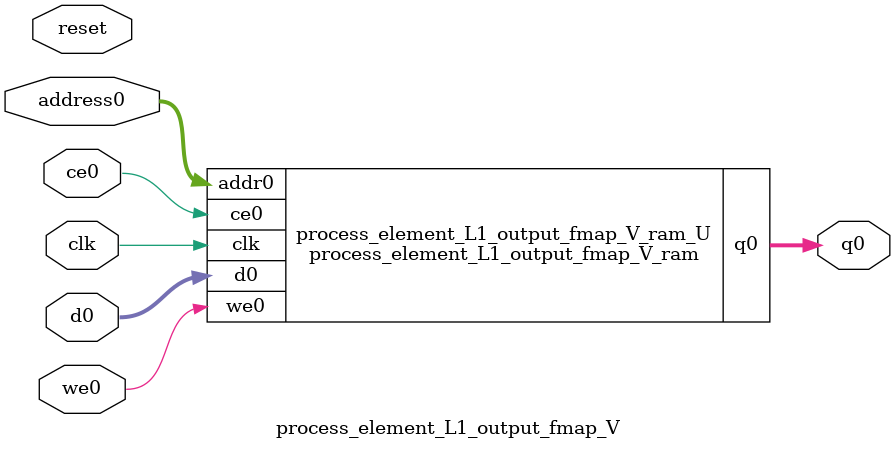
<source format=v>
`timescale 1 ns / 1 ps
module process_element_L1_output_fmap_V_ram (addr0, ce0, d0, we0, q0,  clk);

parameter DWIDTH = 16;
parameter AWIDTH = 14;
parameter MEM_SIZE = 14400;

input[AWIDTH-1:0] addr0;
input ce0;
input[DWIDTH-1:0] d0;
input we0;
output reg[DWIDTH-1:0] q0;
input clk;

(* ram_style = "block" *)reg [DWIDTH-1:0] ram[0:MEM_SIZE-1];




always @(posedge clk)  
begin 
    if (ce0) begin
        if (we0) 
            ram[addr0] <= d0; 
        q0 <= ram[addr0];
    end
end


endmodule

`timescale 1 ns / 1 ps
module process_element_L1_output_fmap_V(
    reset,
    clk,
    address0,
    ce0,
    we0,
    d0,
    q0);

parameter DataWidth = 32'd16;
parameter AddressRange = 32'd14400;
parameter AddressWidth = 32'd14;
input reset;
input clk;
input[AddressWidth - 1:0] address0;
input ce0;
input we0;
input[DataWidth - 1:0] d0;
output[DataWidth - 1:0] q0;



process_element_L1_output_fmap_V_ram process_element_L1_output_fmap_V_ram_U(
    .clk( clk ),
    .addr0( address0 ),
    .ce0( ce0 ),
    .we0( we0 ),
    .d0( d0 ),
    .q0( q0 ));

endmodule


</source>
